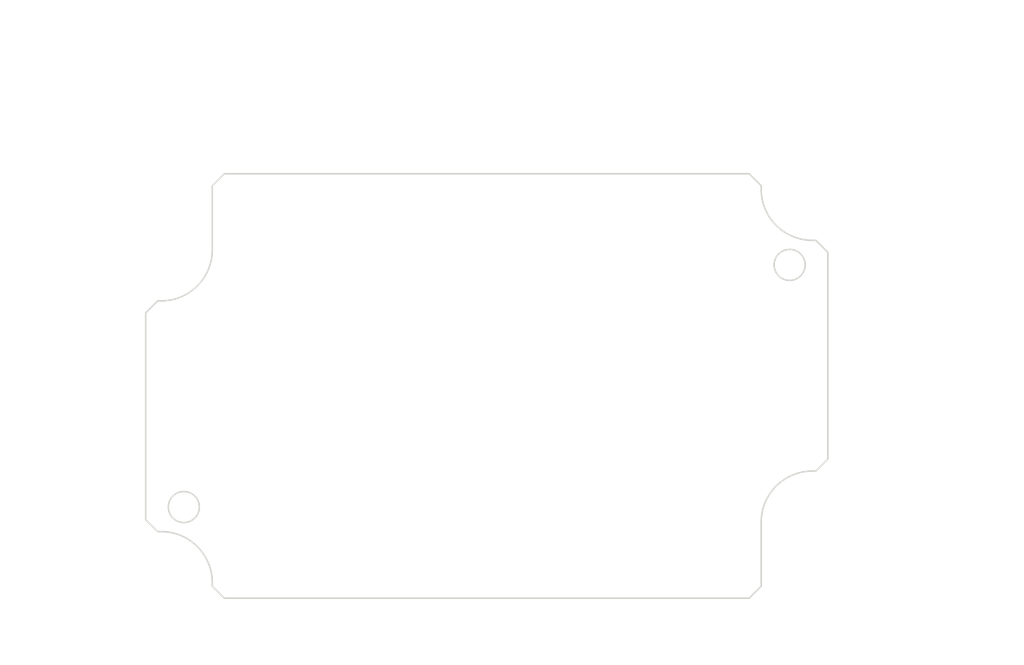
<source format=kicad_pcb>
(kicad_pcb (version 20171130) (host pcbnew "(5.1.0)-1")

  (general
    (thickness 1.6)
    (drawings 93)
    (tracks 0)
    (zones 0)
    (modules 0)
    (nets 1)
  )

  (page A4)
  (layers
    (0 F.Cu signal)
    (31 B.Cu signal)
    (32 B.Adhes user)
    (33 F.Adhes user)
    (34 B.Paste user)
    (35 F.Paste user)
    (36 B.SilkS user)
    (37 F.SilkS user)
    (38 B.Mask user)
    (39 F.Mask user)
    (40 Dwgs.User user)
    (41 Cmts.User user)
    (42 Eco1.User user)
    (43 Eco2.User user)
    (44 Edge.Cuts user)
    (45 Margin user)
    (46 B.CrtYd user)
    (47 F.CrtYd user)
    (48 B.Fab user)
    (49 F.Fab user)
  )

  (setup
    (last_trace_width 0.25)
    (trace_clearance 0.2)
    (zone_clearance 0.508)
    (zone_45_only no)
    (trace_min 0.2)
    (via_size 0.8)
    (via_drill 0.4)
    (via_min_size 0.4)
    (via_min_drill 0.3)
    (uvia_size 0.3)
    (uvia_drill 0.1)
    (uvias_allowed no)
    (uvia_min_size 0.2)
    (uvia_min_drill 0.1)
    (edge_width 0.05)
    (segment_width 0.2)
    (pcb_text_width 0.3)
    (pcb_text_size 1.5 1.5)
    (mod_edge_width 0.12)
    (mod_text_size 1 1)
    (mod_text_width 0.15)
    (pad_size 1.524 1.524)
    (pad_drill 0.762)
    (pad_to_mask_clearance 0.051)
    (solder_mask_min_width 0.25)
    (aux_axis_origin 0 0)
    (visible_elements FFFFFF7F)
    (pcbplotparams
      (layerselection 0x010fc_ffffffff)
      (usegerberextensions false)
      (usegerberattributes false)
      (usegerberadvancedattributes false)
      (creategerberjobfile false)
      (excludeedgelayer true)
      (linewidth 0.152400)
      (plotframeref false)
      (viasonmask false)
      (mode 1)
      (useauxorigin false)
      (hpglpennumber 1)
      (hpglpenspeed 20)
      (hpglpendiameter 15.000000)
      (psnegative false)
      (psa4output false)
      (plotreference true)
      (plotvalue true)
      (plotinvisibletext false)
      (padsonsilk false)
      (subtractmaskfromsilk false)
      (outputformat 1)
      (mirror false)
      (drillshape 1)
      (scaleselection 1)
      (outputdirectory ""))
  )

  (net 0 "")

  (net_class Default "This is the default net class."
    (clearance 0.2)
    (trace_width 0.25)
    (via_dia 0.8)
    (via_drill 0.4)
    (uvia_dia 0.3)
    (uvia_drill 0.1)
  )

  (gr_circle (center 106.812 130.046) (end 108.862 130.046) (layer Edge.Cuts) (width 0.2))
  (gr_circle (center 186.812 98.046001) (end 188.862 98.046001) (layer Edge.Cuts) (width 0.2))
  (gr_arc (start 103.812 140.046) (end 110.566224 140.046) (angle -90) (layer Edge.Cuts) (width 0.2))
  (gr_line (start 103.353724 133.291776) (end 103.812 133.291776) (layer Edge.Cuts) (width 0.2))
  (gr_arc (start 103.812 96.046) (end 103.811999 102.800225) (angle -90) (layer Edge.Cuts) (width 0.2))
  (gr_line (start 110.566224 87.587725) (end 110.566224 96.046) (layer Edge.Cuts) (width 0.2))
  (gr_line (start 181.470275 86.000225) (end 112.153724 86.000225) (layer Edge.Cuts) (width 0.2))
  (gr_arc (start 189.812 88.046001) (end 183.057775 88.046001) (angle -90) (layer Edge.Cuts) (width 0.2))
  (gr_line (start 190.270275 94.800225) (end 189.812 94.800225) (layer Edge.Cuts) (width 0.2))
  (gr_arc (start 189.812 132.046001) (end 189.812 125.291776) (angle -90) (layer Edge.Cuts) (width 0.2))
  (gr_line (start 183.057775 140.504276) (end 183.057775 132.046001) (layer Edge.Cuts) (width 0.2))
  (gr_line (start 191.857775 123.704276) (end 191.857775 96.387725) (layer Edge.Cuts) (width 0.2))
  (gr_line (start 189.812 125.291776) (end 190.270275 125.291776) (layer Edge.Cuts) (width 0.2))
  (gr_line (start 101.766224 104.387725) (end 101.766224 131.704276) (layer Edge.Cuts) (width 0.2))
  (gr_line (start 103.812 102.800225) (end 103.353724 102.800225) (layer Edge.Cuts) (width 0.2))
  (gr_line (start 183.057775 88.046001) (end 183.057775 87.587725) (layer Edge.Cuts) (width 0.2))
  (gr_line (start 112.153724 142.091776) (end 181.470275 142.091776) (layer Edge.Cuts) (width 0.2))
  (gr_line (start 110.566224 140.046001) (end 110.566224 140.504276) (layer Edge.Cuts) (width 0.2))
  (gr_line (start 112.153724 86.000225) (end 110.566224 87.587725) (layer Edge.Cuts) (width 0.2))
  (gr_line (start 190.270275 125.291776) (end 191.857775 123.704276) (layer Edge.Cuts) (width 0.2))
  (gr_line (start 103.353724 102.800225) (end 101.766224 104.387725) (layer Edge.Cuts) (width 0.2))
  (gr_line (start 191.857775 96.387725) (end 190.270275 94.800225) (layer Edge.Cuts) (width 0.2))
  (gr_line (start 183.057775 87.587725) (end 181.470275 86.000225) (layer Edge.Cuts) (width 0.2))
  (gr_line (start 110.566224 140.504276) (end 112.153724 142.091776) (layer Edge.Cuts) (width 0.2))
  (gr_line (start 101.766224 131.704276) (end 103.353724 133.291776) (layer Edge.Cuts) (width 0.2))
  (gr_line (start 181.470275 142.091776) (end 183.057775 140.504276) (layer Edge.Cuts) (width 0.2))
  (gr_text "1.59 X 45.0° Chamfer" (at 191.640833 146.534145) (layer Dwgs.User)
    (effects (font (size 1.7 1.53) (thickness 0.2125)) (justify left bottom))
  )
  (gr_line (start 188.070192 145.654991) (end 190.570192 145.654991) (layer Dwgs.User) (width 0.2))
  (gr_line (start 184.263638 142.798542) (end 188.070192 145.654991) (layer Dwgs.User) (width 0.2))
  (gr_line (start 183.963535 143.198465) (end 184.563742 142.398619) (layer Dwgs.User) (width 0.2))
  (gr_line (start 182.264025 141.298026) (end 183.963535 143.198465) (layer Dwgs.User) (width 0.2))
  (gr_line (start 184.563742 142.398619) (end 182.264025 141.298026) (layer Dwgs.User) (width 0.2))
  (gr_line (start 183.963539 143.198465) (end 184.563744 142.398618) (layer Dwgs.User) (width 0.2))
  (gr_line (start 182.264034 141.298025) (end 183.963539 143.198465) (layer Dwgs.User) (width 0.2))
  (gr_line (start 184.563744 142.398618) (end 182.264034 141.298025) (layer Dwgs.User) (width 0.2))
  (gr_line (start 184.263638 142.798542) (end 182.264025 141.298026) (layer Dwgs.User) (width 0.2))
  (gr_text [.35] (at 95.900789 82.574643) (layer Dwgs.User)
    (effects (font (size 1.7 1.53) (thickness 0.2125)))
  )
  (gr_text " 8.80" (at 95.900789 79.017208) (layer Dwgs.User)
    (effects (font (size 1.7 1.53) (thickness 0.2125)))
  )
  (gr_line (start 101.766224 80.685182) (end 99.284998 80.685182) (layer Dwgs.User) (width 0.2))
  (gr_line (start 108.566224 80.685182) (end 103.766224 80.685182) (layer Dwgs.User) (width 0.2))
  (gr_line (start 110.566224 86.587725) (end 110.566224 77.510182) (layer Dwgs.User) (width 0.2))
  (gr_line (start 101.766224 103.387725) (end 101.766224 77.510182) (layer Dwgs.User) (width 0.2))
  (gr_text [.66] (at 95.155356 96.289686) (layer Dwgs.User)
    (effects (font (size 1.7 1.53) (thickness 0.2125)))
  )
  (gr_text " 16.80" (at 95.155356 92.732251) (layer Dwgs.User)
    (effects (font (size 1.7 1.53) (thickness 0.2125)))
  )
  (gr_line (start 95.155356 100.800225) (end 95.155356 97.95766) (layer Dwgs.User) (width 0.2))
  (gr_line (start 95.155356 88.000225) (end 95.155356 90.842789) (layer Dwgs.User) (width 0.2))
  (gr_line (start 102.812 102.800225) (end 91.980356 102.800225) (layer Dwgs.User) (width 0.2))
  (gr_line (start 111.153724 86.000225) (end 91.980356 86.000225) (layer Dwgs.User) (width 0.2))
  (gr_text [1.20] (at 95.155356 119.935462) (layer Dwgs.User)
    (effects (font (size 1.7 1.53) (thickness 0.2125)))
  )
  (gr_text " 30.49" (at 95.155356 116.377447) (layer Dwgs.User)
    (effects (font (size 1.7 1.53) (thickness 0.2125)))
  )
  (gr_line (start 95.155356 131.291776) (end 95.155356 121.604016) (layer Dwgs.User) (width 0.2))
  (gr_line (start 95.155356 104.800225) (end 95.155356 114.487985) (layer Dwgs.User) (width 0.2))
  (gr_line (start 102.353724 133.291776) (end 91.980356 133.291776) (layer Dwgs.User) (width 0.2))
  (gr_line (start 102.353724 102.800225) (end 91.980356 102.800225) (layer Dwgs.User) (width 0.2))
  (gr_text [.20] (at 94.372738 149.324664) (layer Dwgs.User)
    (effects (font (size 1.7 1.53) (thickness 0.2125)))
  )
  (gr_text " 5.05" (at 94.372738 145.767228) (layer Dwgs.User)
    (effects (font (size 1.7 1.53) (thickness 0.2125)))
  )
  (gr_line (start 99.766224 147.435202) (end 97.766224 147.435202) (layer Dwgs.User) (width 0.2))
  (gr_line (start 108.812 147.435202) (end 110.812 147.435202) (layer Dwgs.User) (width 0.2))
  (gr_line (start 101.766224 132.704276) (end 101.766224 150.610202) (layer Dwgs.User) (width 0.2))
  (gr_line (start 106.812 131.046) (end 106.812 150.610202) (layer Dwgs.User) (width 0.2))
  (gr_text [.47] (at 118.861523 149.59595) (layer Dwgs.User)
    (effects (font (size 1.7 1.53) (thickness 0.2125)))
  )
  (gr_text " 12.05" (at 118.861523 146.041994) (layer Dwgs.User)
    (effects (font (size 1.7 1.53) (thickness 0.2125)))
  )
  (gr_line (start 124.915411 147.709968) (end 122.915411 147.709968) (layer Dwgs.User) (width 0.2))
  (gr_line (start 124.915411 142.091776) (end 124.915411 147.709968) (layer Dwgs.User) (width 0.2))
  (gr_line (start 124.915411 132.046) (end 124.915411 140.091776) (layer Dwgs.User) (width 0.2))
  (gr_line (start 107.812 130.046) (end 128.090411 130.046) (layer Dwgs.User) (width 0.2))
  (gr_line (start 186.812 98.136) (end 186.812 97.956) (layer Dwgs.User) (width 0.2))
  (gr_line (start 186.722 98.046) (end 186.902 98.046) (layer Dwgs.User) (width 0.2))
  (gr_text " ∅4.10\n[∅0.16]" (at 199.997223 104.297022) (layer Dwgs.User)
    (effects (font (size 1.7 1.53) (thickness 0.2125)))
  )
  (gr_line (start 193.460354 104.297022) (end 189.762594 100.820256) (layer Dwgs.User) (width 0.2))
  (gr_line (start 195.460354 104.297022) (end 193.460354 104.297022) (layer Dwgs.User) (width 0.2))
  (gr_text [R0.27] (at 199.482226 136.584244) (layer Dwgs.User)
    (effects (font (size 1.7 1.53) (thickness 0.2125)))
  )
  (gr_text " R6.75" (at 199.482226 133.026809) (layer Dwgs.User)
    (effects (font (size 1.7 1.53) (thickness 0.2125)))
  )
  (gr_line (start 193.011455 134.694783) (end 186.14991 129.01421) (layer Dwgs.User) (width 0.2))
  (gr_line (start 195.011455 134.694783) (end 193.011455 134.694783) (layer Dwgs.User) (width 0.2))
  (gr_text [2.85] (at 146.812 82.639391) (layer Dwgs.User)
    (effects (font (size 1.7 1.53) (thickness 0.2125)))
  )
  (gr_text " 72.49" (at 146.812 79.081956) (layer Dwgs.User)
    (effects (font (size 1.7 1.53) (thickness 0.2125)))
  )
  (gr_line (start 181.057775 80.74993) (end 150.861249 80.74993) (layer Dwgs.User) (width 0.2))
  (gr_line (start 112.566224 80.74993) (end 142.76275 80.74993) (layer Dwgs.User) (width 0.2))
  (gr_line (start 183.057775 86.587725) (end 183.057775 77.57493) (layer Dwgs.User) (width 0.2))
  (gr_line (start 110.566224 86.587725) (end 110.566224 77.57493) (layer Dwgs.User) (width 0.2))
  (gr_text [2.21] (at 86.559288 115.935462) (layer Dwgs.User)
    (effects (font (size 1.7 1.53) (thickness 0.2125)))
  )
  (gr_text " 56.09" (at 86.559288 112.378026) (layer Dwgs.User)
    (effects (font (size 1.7 1.53) (thickness 0.2125)))
  )
  (gr_line (start 86.559288 88.000225) (end 86.559288 110.488565) (layer Dwgs.User) (width 0.2))
  (gr_line (start 86.559288 140.091776) (end 86.559288 117.603436) (layer Dwgs.User) (width 0.2))
  (gr_line (start 111.153724 86.000225) (end 83.384288 86.000225) (layer Dwgs.User) (width 0.2))
  (gr_line (start 111.153724 142.091776) (end 83.384288 142.091776) (layer Dwgs.User) (width 0.2))
  (gr_text [3.55] (at 146.812 68.200496) (layer Dwgs.User)
    (effects (font (size 1.7 1.53) (thickness 0.2125)))
  )
  (gr_text " 90.09" (at 146.812 64.64306) (layer Dwgs.User)
    (effects (font (size 1.7 1.53) (thickness 0.2125)))
  )
  (gr_line (start 189.857775 66.311035) (end 150.861249 66.311035) (layer Dwgs.User) (width 0.2))
  (gr_line (start 103.766224 66.311035) (end 142.76275 66.311035) (layer Dwgs.User) (width 0.2))
  (gr_line (start 191.857775 95.387725) (end 191.857775 63.136035) (layer Dwgs.User) (width 0.2))
  (gr_line (start 101.766224 103.387725) (end 101.766224 63.136035) (layer Dwgs.User) (width 0.2))

)

</source>
